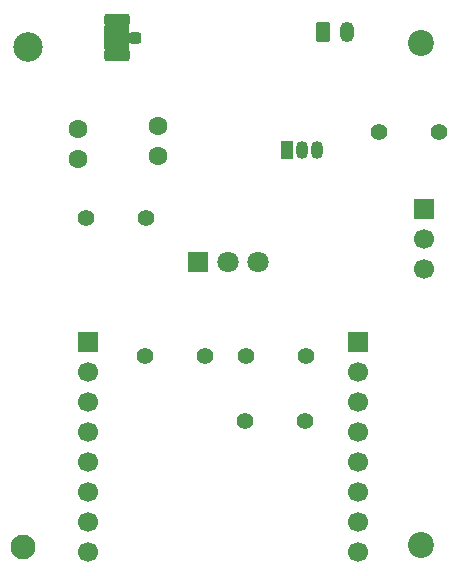
<source format=gbr>
%TF.GenerationSoftware,KiCad,Pcbnew,9.0.5*%
%TF.CreationDate,2026-01-13T16:05:56+09:00*%
%TF.ProjectId,main-board,6d61696e-2d62-46f6-9172-642e6b696361,rev?*%
%TF.SameCoordinates,Original*%
%TF.FileFunction,Soldermask,Bot*%
%TF.FilePolarity,Negative*%
%FSLAX46Y46*%
G04 Gerber Fmt 4.6, Leading zero omitted, Abs format (unit mm)*
G04 Created by KiCad (PCBNEW 9.0.5) date 2026-01-13 16:05:56*
%MOMM*%
%LPD*%
G01*
G04 APERTURE LIST*
G04 Aperture macros list*
%AMRoundRect*
0 Rectangle with rounded corners*
0 $1 Rounding radius*
0 $2 $3 $4 $5 $6 $7 $8 $9 X,Y pos of 4 corners*
0 Add a 4 corners polygon primitive as box body*
4,1,4,$2,$3,$4,$5,$6,$7,$8,$9,$2,$3,0*
0 Add four circle primitives for the rounded corners*
1,1,$1+$1,$2,$3*
1,1,$1+$1,$4,$5*
1,1,$1+$1,$6,$7*
1,1,$1+$1,$8,$9*
0 Add four rect primitives between the rounded corners*
20,1,$1+$1,$2,$3,$4,$5,0*
20,1,$1+$1,$4,$5,$6,$7,0*
20,1,$1+$1,$6,$7,$8,$9,0*
20,1,$1+$1,$8,$9,$2,$3,0*%
G04 Aperture macros list end*
%ADD10RoundRect,0.250000X0.275000X0.250000X-0.275000X0.250000X-0.275000X-0.250000X0.275000X-0.250000X0*%
%ADD11RoundRect,0.250000X0.850000X0.275000X-0.850000X0.275000X-0.850000X-0.275000X0.850000X-0.275000X0*%
%ADD12C,1.400000*%
%ADD13R,1.700000X1.700000*%
%ADD14C,1.700000*%
%ADD15C,1.600000*%
%ADD16C,2.100000*%
%ADD17RoundRect,0.250000X-0.350000X-0.625000X0.350000X-0.625000X0.350000X0.625000X-0.350000X0.625000X0*%
%ADD18O,1.200000X1.750000*%
%ADD19C,2.500000*%
%ADD20C,2.200000*%
%ADD21R,1.050000X1.500000*%
%ADD22O,1.050000X1.500000*%
%ADD23R,1.800000X1.800000*%
%ADD24C,1.800000*%
G04 APERTURE END LIST*
%TO.C,J1*%
G36*
X137015000Y-76810000D02*
G01*
X134925000Y-76810000D01*
X134925000Y-78690000D01*
X137015000Y-78690000D01*
X137015000Y-76810000D01*
G37*
%TD*%
D10*
%TO.C,J1*%
X137550000Y-77750000D03*
D11*
X136025000Y-79225000D03*
X136025000Y-76275000D03*
%TD*%
D12*
%TO.C,R2*%
X138420000Y-104750000D03*
X143500000Y-104750000D03*
%TD*%
D13*
%TO.C,J5*%
X162000000Y-92250000D03*
D14*
X162000000Y-94790000D03*
X162000000Y-97330000D03*
%TD*%
D12*
%TO.C,R1*%
X138500000Y-93000000D03*
X133420000Y-93000000D03*
%TD*%
D15*
%TO.C,C1*%
X132750000Y-88000000D03*
X132750000Y-85500000D03*
%TD*%
D16*
%TO.C,REF\u002A\u002A*%
X128100000Y-120850000D03*
%TD*%
D17*
%TO.C,J3*%
X153500000Y-77250000D03*
D18*
X155500000Y-77250000D03*
%TD*%
D13*
%TO.C,J2*%
X133600000Y-103550000D03*
D14*
X133600000Y-106090000D03*
X133600000Y-108630000D03*
X133600000Y-111170000D03*
X133600000Y-113710000D03*
X133600000Y-116250000D03*
X133600000Y-118790000D03*
X133600000Y-121330000D03*
%TD*%
D19*
%TO.C,REF\u002A\u002A*%
X128500000Y-78550000D03*
%TD*%
D12*
%TO.C,R5*%
X158210000Y-85750000D03*
X163290000Y-85750000D03*
%TD*%
D20*
%TO.C,REF\u002A\u002A*%
X161750000Y-120750000D03*
%TD*%
D13*
%TO.C,J4*%
X156460000Y-103550000D03*
D14*
X156460000Y-106090000D03*
X156460000Y-108630000D03*
X156460000Y-111170000D03*
X156460000Y-113710000D03*
X156460000Y-116250000D03*
X156460000Y-118790000D03*
X156460000Y-121330000D03*
%TD*%
D21*
%TO.C,Q1*%
X150460000Y-87250000D03*
D22*
X151730000Y-87250000D03*
X153000000Y-87250000D03*
%TD*%
D12*
%TO.C,R4*%
X146880000Y-110250000D03*
X151960000Y-110250000D03*
%TD*%
D23*
%TO.C,D1*%
X142920000Y-96750000D03*
D24*
X145460000Y-96750000D03*
X148000000Y-96750000D03*
%TD*%
D12*
%TO.C,R3*%
X146920000Y-104750000D03*
X152000000Y-104750000D03*
%TD*%
D15*
%TO.C,C2A1*%
X139500000Y-87750000D03*
X139500000Y-85250000D03*
%TD*%
D20*
%TO.C,REF\u002A\u002A*%
X161750000Y-78250000D03*
%TD*%
M02*

</source>
